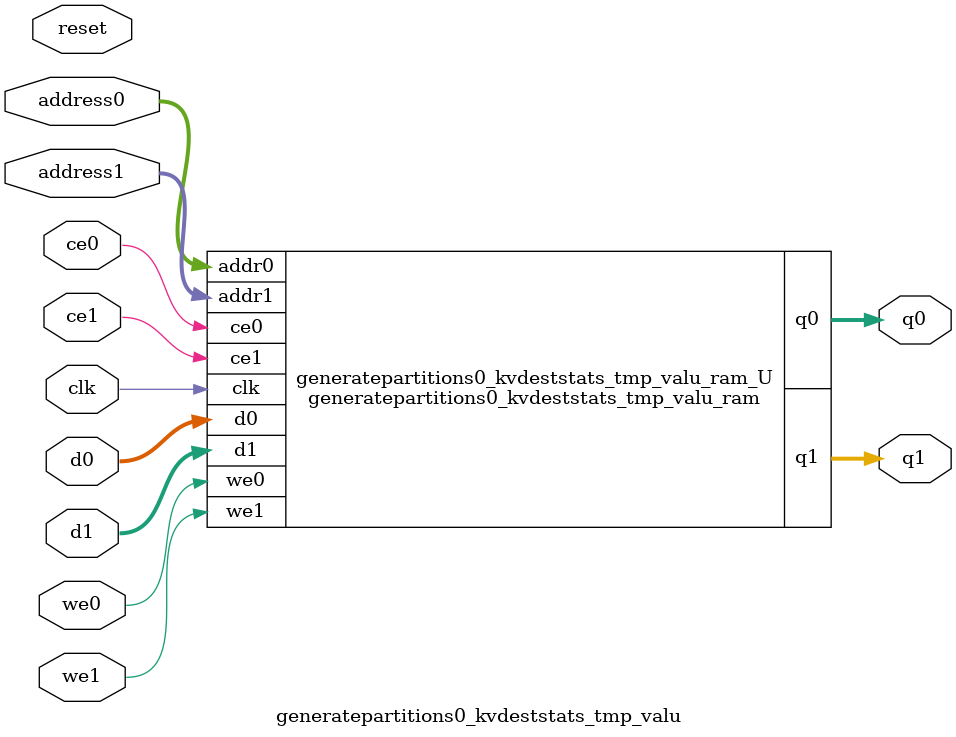
<source format=v>
`timescale 1 ns / 1 ps
module generatepartitions0_kvdeststats_tmp_valu_ram (addr0, ce0, d0, we0, q0, addr1, ce1, d1, we1, q1,  clk);

parameter DWIDTH = 32;
parameter AWIDTH = 5;
parameter MEM_SIZE = 32;

input[AWIDTH-1:0] addr0;
input ce0;
input[DWIDTH-1:0] d0;
input we0;
output reg[DWIDTH-1:0] q0;
input[AWIDTH-1:0] addr1;
input ce1;
input[DWIDTH-1:0] d1;
input we1;
output reg[DWIDTH-1:0] q1;
input clk;

(* ram_style = "block" *)reg [DWIDTH-1:0] ram[0:MEM_SIZE-1];




always @(posedge clk)  
begin 
    if (ce0) 
    begin
        if (we0) 
        begin 
            ram[addr0] <= d0; 
        end 
        q0 <= ram[addr0];
    end
end


always @(posedge clk)  
begin 
    if (ce1) 
    begin
        if (we1) 
        begin 
            ram[addr1] <= d1; 
        end 
        q1 <= ram[addr1];
    end
end


endmodule

`timescale 1 ns / 1 ps
module generatepartitions0_kvdeststats_tmp_valu(
    reset,
    clk,
    address0,
    ce0,
    we0,
    d0,
    q0,
    address1,
    ce1,
    we1,
    d1,
    q1);

parameter DataWidth = 32'd32;
parameter AddressRange = 32'd32;
parameter AddressWidth = 32'd5;
input reset;
input clk;
input[AddressWidth - 1:0] address0;
input ce0;
input we0;
input[DataWidth - 1:0] d0;
output[DataWidth - 1:0] q0;
input[AddressWidth - 1:0] address1;
input ce1;
input we1;
input[DataWidth - 1:0] d1;
output[DataWidth - 1:0] q1;



generatepartitions0_kvdeststats_tmp_valu_ram generatepartitions0_kvdeststats_tmp_valu_ram_U(
    .clk( clk ),
    .addr0( address0 ),
    .ce0( ce0 ),
    .we0( we0 ),
    .d0( d0 ),
    .q0( q0 ),
    .addr1( address1 ),
    .ce1( ce1 ),
    .we1( we1 ),
    .d1( d1 ),
    .q1( q1 ));

endmodule


</source>
